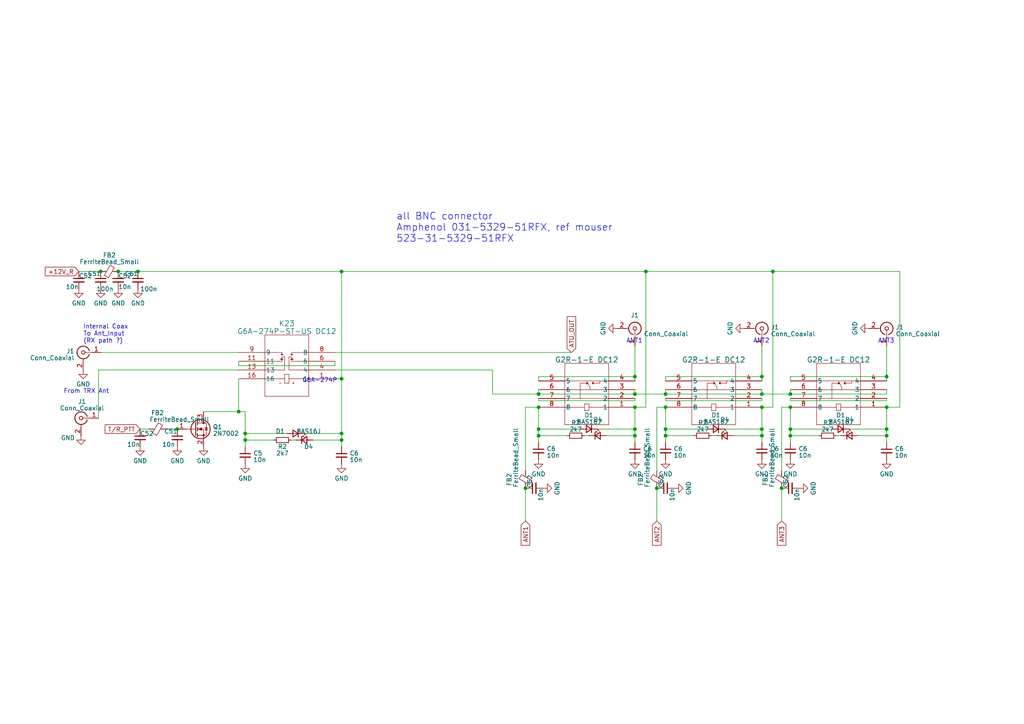
<source format=kicad_sch>
(kicad_sch (version 20230121) (generator eeschema)
  (paper "A4")
  (lib_symbols
    (symbol "Connector:Conn_Coaxial" (pin_names (offset 1.016) hide)
      (property "Reference" "J" (at 0.254 3.048 0))
      (property "Value" "Conn_Coaxial" (at 2.921 0 90))
      (symbol "Conn_Coaxial_0_1"
        (arc (start -1.778 -0.508) (mid 0.2311 -1.8066) (end 1.778 0) (stroke (width 0.254)))
        (polyline (pts (xy -2.54 0) (xy -0.508 0)))
        (polyline (pts (xy 0 -2.54) (xy 0 -1.778)))
        (circle (center 0 0) (radius 0.508) (stroke (width 0.2032)))
        (arc (start 1.778 0) (mid 0.2099 1.8101) (end -1.778 0.508) (stroke (width 0.254)))
      )
      (symbol "Conn_Coaxial_1_1"
        (pin passive line (at -5.08 0 0) (length 2.54) (name "In") (number "1"))
        (pin passive line (at 0 -5.08 90) (length 2.54) (name "Ext") (number "2"))
      )
    )
    (symbol "Device:C_Small" (pin_numbers hide) (pin_names (offset 0.254) hide)
      (property "Reference" "C" (at 0.254 1.778 0))
      (property "Value" "C_Small" (at 0.254 -2.032 0))
      (symbol "C_Small_0_1"
        (polyline (pts (xy -1.524 -0.508) (xy 1.524 -0.508)) (stroke (width 0.3302)))
        (polyline (pts (xy -1.524 0.508) (xy 1.524 0.508)) (stroke (width 0.3048)))
      )
      (symbol "C_Small_1_1"
        (pin passive line (at 0 2.54 270) (length 2.032) (name "~") (number "1"))
        (pin passive line (at 0 -2.54 90) (length 2.032) (name "~") (number "2"))
      )
    )
    (symbol "Device:D_Small" (pin_numbers hide) (pin_names (offset 0.254) hide)
      (property "Reference" "D" (at -1.27 2.032 0))
      (property "Value" "D_Small" (at -3.81 -2.032 0))
      (symbol "D_Small_0_1"
        (polyline (pts (xy -0.762 -1.016) (xy -0.762 1.016)) (stroke (width 0.254)))
        (polyline (pts (xy -0.762 0) (xy 0.762 0)))
        (polyline (pts (xy 0.762 -1.016) (xy -0.762 0) (xy 0.762 1.016) (xy 0.762 -1.016)) (stroke (width 0.254)))
      )
      (symbol "D_Small_1_1"
        (pin passive line (at -2.54 0 0) (length 1.778) (name "K") (number "1"))
        (pin passive line (at 2.54 0 180) (length 1.778) (name "A") (number "2"))
      )
    )
    (symbol "Device:FerriteBead_Small" (pin_numbers hide) (pin_names (offset 0))
      (property "Reference" "FB" (at 1.905 1.27 0))
      (property "Value" "FerriteBead_Small" (at 1.905 -1.27 0))
      (symbol "FerriteBead_Small_0_1"
        (polyline (pts (xy 0 -1.27) (xy 0 -0.7874)))
        (polyline (pts (xy 0 0.889) (xy 0 1.2954)))
        (polyline (pts (xy -1.8288 0.2794) (xy -1.1176 1.4986) (xy 1.8288 -0.2032) (xy 1.1176 -1.4224) (xy -1.8288 0.2794)))
      )
      (symbol "FerriteBead_Small_1_1"
        (pin passive line (at 0 2.54 270) (length 1.27) (name "~") (number "1"))
        (pin passive line (at 0 -2.54 90) (length 1.27) (name "~") (number "2"))
      )
    )
    (symbol "Device:LED_Small" (pin_numbers hide) (pin_names (offset 0.254) hide)
      (property "Reference" "D" (at -1.27 3.175 0))
      (property "Value" "LED_Small" (at -4.445 -2.54 0))
      (symbol "LED_Small_0_1"
        (polyline (pts (xy -0.762 -1.016) (xy -0.762 1.016)) (stroke (width 0.254)))
        (polyline (pts (xy 1.016 0) (xy -0.762 0)))
        (polyline (pts (xy 0.762 -1.016) (xy -0.762 0) (xy 0.762 1.016) (xy 0.762 -1.016)) (stroke (width 0.254)))
        (polyline (pts (xy 0 0.762) (xy -0.508 1.27) (xy -0.254 1.27) (xy -0.508 1.27) (xy -0.508 1.016)))
        (polyline (pts (xy 0.508 1.27) (xy 0 1.778) (xy 0.254 1.778) (xy 0 1.778) (xy 0 1.524)))
      )
      (symbol "LED_Small_1_1"
        (pin passive line (at -2.54 0 0) (length 1.778) (name "K") (number "1"))
        (pin passive line (at 2.54 0 180) (length 1.778) (name "A") (number "2"))
      )
    )
    (symbol "Device:R_Small" (pin_numbers hide) (pin_names (offset 0.254) hide)
      (property "Reference" "R" (at 0.762 0.508 0))
      (property "Value" "R_Small" (at 0.762 -1.016 0))
      (symbol "R_Small_0_1"
        (rectangle (start -0.762 1.778) (end 0.762 -1.778) (stroke (width 0.2032)))
      )
      (symbol "R_Small_1_1"
        (pin passive line (at 0 2.54 270) (length 0.762) (name "~") (number "1"))
        (pin passive line (at 0 -2.54 90) (length 0.762) (name "~") (number "2"))
      )
    )
    (symbol "G6A-274P:G6A-274P-ST-US_DC12" (pin_names (offset 0.254))
      (property "Reference" "K" (at 15.748 10.16 0))
      (property "Value" "G6A-274P-ST-US DC12" (at 22.86 7.62 0))
      (symbol "G6A-274P-ST-US_DC12_0_1"
        (polyline (pts (xy 7.62 -12.7) (xy 20.32 -12.7)) (stroke (width 0.127)))
        (polyline (pts (xy 7.62 -7.62) (xy 12.573 -7.62)) (stroke (width 0.127)))
        (polyline (pts (xy 7.62 -5.08) (xy 12.573 -5.08)) (stroke (width 0.127)))
        (polyline (pts (xy 7.62 -2.54) (xy 13.335 -2.54)) (stroke (width 0.127)))
        (polyline (pts (xy 7.62 0) (xy 13.335 0)) (stroke (width 0.127)))
        (polyline (pts (xy 7.62 5.08) (xy 7.62 -12.7)) (stroke (width 0.127)))
        (polyline (pts (xy 11.811 1.27) (xy 12.319 1.27)) (stroke (width 0.127)))
        (polyline (pts (xy 12.065 -5.588) (xy 12.827 -6.35)) (stroke (width 0.127)))
        (polyline (pts (xy 12.065 1.524) (xy 12.065 1.016)) (stroke (width 0.127)))
        (polyline (pts (xy 12.319 -7.112) (xy 12.573 -6.858)) (stroke (width 0.127)))
        (polyline (pts (xy 12.319 -7.112) (xy 12.827 -7.112)) (stroke (width 0.127)))
        (polyline (pts (xy 12.319 -5.588) (xy 12.573 -5.842)) (stroke (width 0.127)))
        (polyline (pts (xy 12.319 -5.588) (xy 12.827 -5.588)) (stroke (width 0.127)))
        (polyline (pts (xy 12.573 -7.62) (xy 12.573 -7.112)) (stroke (width 0.127)))
        (polyline (pts (xy 12.573 -6.858) (xy 12.827 -7.112)) (stroke (width 0.127)))
        (polyline (pts (xy 12.573 -5.842) (xy 12.827 -5.588)) (stroke (width 0.127)))
        (polyline (pts (xy 12.573 -5.08) (xy 12.573 -5.588)) (stroke (width 0.127)))
        (polyline (pts (xy 12.827 -6.35) (xy 13.335 -6.35)) (stroke (width 0.127)))
        (polyline (pts (xy 13.335 -2.54) (xy 13.335 -6.35)) (stroke (width 0.127)))
        (polyline (pts (xy 13.335 -1.27) (xy 14.605 -1.27)) (stroke (width 0.127)))
        (polyline (pts (xy 13.335 1.27) (xy 13.335 -1.27)) (stroke (width 0.127)))
        (polyline (pts (xy 13.335 1.27) (xy 14.605 1.27)) (stroke (width 0.127)))
        (polyline (pts (xy 14.605 -6.35) (xy 15.113 -6.35)) (stroke (width 0.127)))
        (polyline (pts (xy 14.605 -2.54) (xy 14.605 -6.35)) (stroke (width 0.127)))
        (polyline (pts (xy 14.605 -2.54) (xy 20.32 -2.54)) (stroke (width 0.127)))
        (polyline (pts (xy 14.605 -1.27) (xy 14.605 1.27)) (stroke (width 0.127)))
        (polyline (pts (xy 14.605 0) (xy 20.32 0)) (stroke (width 0.127)))
        (polyline (pts (xy 15.113 -7.112) (xy 15.621 -7.112)) (stroke (width 0.127)))
        (polyline (pts (xy 15.113 -5.588) (xy 15.367 -5.842)) (stroke (width 0.127)))
        (polyline (pts (xy 15.113 -5.588) (xy 15.621 -5.588)) (stroke (width 0.127)))
        (polyline (pts (xy 15.367 -7.62) (xy 20.32 -7.62)) (stroke (width 0.127)))
        (polyline (pts (xy 15.367 -7.112) (xy 15.367 -7.62)) (stroke (width 0.127)))
        (polyline (pts (xy 15.367 -6.858) (xy 15.113 -7.112)) (stroke (width 0.127)))
        (polyline (pts (xy 15.367 -6.858) (xy 15.621 -7.112)) (stroke (width 0.127)))
        (polyline (pts (xy 15.367 -5.08) (xy 15.367 -5.588)) (stroke (width 0.127)))
        (polyline (pts (xy 15.367 -5.08) (xy 20.32 -5.08)) (stroke (width 0.127)))
        (polyline (pts (xy 15.621 -5.588) (xy 15.367 -5.842)) (stroke (width 0.127)))
        (polyline (pts (xy 15.621 1.27) (xy 16.129 1.27)) (stroke (width 0.127)))
        (polyline (pts (xy 15.875 -5.588) (xy 15.113 -6.35)) (stroke (width 0.127)))
        (polyline (pts (xy 20.32 -12.7) (xy 20.32 5.08)) (stroke (width 0.127)))
        (polyline (pts (xy 20.32 5.08) (xy 7.62 5.08)) (stroke (width 0.127)))
        (polyline (pts (xy 12.319 -7.112) (xy 12.573 -6.858) (xy 12.827 -7.112)) (fill (type outline)))
        (polyline (pts (xy 12.319 -5.588) (xy 12.827 -5.588) (xy 12.573 -5.842)) (fill (type outline)))
        (polyline (pts (xy 15.113 -7.112) (xy 15.367 -6.858) (xy 15.621 -7.112)) (fill (type outline)))
        (polyline (pts (xy 15.113 -5.588) (xy 15.621 -5.588) (xy 15.367 -5.842)) (fill (type outline)))
        (pin unspecified line (at 0 0 0) (length 7.62) (name "1") (number "1"))
        (pin unspecified line (at 27.94 -5.08 180) (length 7.62) (name "11") (number "11"))
        (pin unspecified line (at 27.94 -2.54 180) (length 7.62) (name "13") (number "13"))
        (pin unspecified line (at 27.94 0 180) (length 7.62) (name "16") (number "16"))
        (pin unspecified line (at 0 -2.54 0) (length 7.62) (name "4") (number "4"))
        (pin unspecified line (at 0 -5.08 0) (length 7.62) (name "6") (number "6"))
        (pin unspecified line (at 0 -7.62 0) (length 7.62) (name "8") (number "8"))
        (pin unspecified line (at 27.94 -7.62 180) (length 7.62) (name "9") (number "9"))
      )
    )
    (symbol "RELAY_G2R-1-E AC12:G2R-1-E_DC12" (pin_names (offset 0.254))
      (property "Reference" "K" (at 13.6525 9.8425 0))
      (property "Value" "G2R-1-E DC12" (at 20.32 7.62 0))
      (symbol "G2R-1-E_DC12_0_1"
        (polyline (pts (xy 7.62 -12.7) (xy 20.32 -12.7)) (stroke (width 0.127)))
        (polyline (pts (xy 7.62 -7.62) (xy 20.32 -7.62)) (stroke (width 0.127)))
        (polyline (pts (xy 7.62 -5.08) (xy 20.32 -5.08)) (stroke (width 0.127)))
        (polyline (pts (xy 7.62 -2.54) (xy 20.32 -2.54)) (stroke (width 0.127)))
        (polyline (pts (xy 7.62 0) (xy 13.335 0)) (stroke (width 0.127)))
        (polyline (pts (xy 7.62 5.08) (xy 7.62 -12.7)) (stroke (width 0.127)))
        (polyline (pts (xy 10.16 -7.62) (xy 10.16 -6.985)) (stroke (width 0.127)))
        (polyline (pts (xy 10.16 -6.985) (xy 12.065 -6.985)) (stroke (width 0.127)))
        (polyline (pts (xy 12.065 -7.3025) (xy 12.3825 -6.985)) (stroke (width 0.127)))
        (polyline (pts (xy 12.065 -6.6675) (xy 12.065 -7.3025)) (stroke (width 0.127)))
        (polyline (pts (xy 12.3825 -6.985) (xy 12.065 -6.6675)) (stroke (width 0.127)))
        (polyline (pts (xy 13.0175 -5.715) (xy 13.6525 -6.985)) (stroke (width 0.127)))
        (polyline (pts (xy 13.0175 -5.08) (xy 13.0175 -5.715)) (stroke (width 0.127)))
        (polyline (pts (xy 13.335 -0.9525) (xy 13.335 0)) (stroke (width 0.127)))
        (polyline (pts (xy 13.335 0) (xy 13.335 0.9525)) (stroke (width 0.127)))
        (polyline (pts (xy 13.335 0.9525) (xy 14.605 0.9525)) (stroke (width 0.127)))
        (polyline (pts (xy 13.6525 -6.985) (xy 13.97 -7.3025)) (stroke (width 0.127)))
        (polyline (pts (xy 13.6525 -6.985) (xy 13.97 -6.6675)) (stroke (width 0.127)))
        (polyline (pts (xy 13.97 -7.3025) (xy 13.97 -6.6675)) (stroke (width 0.127)))
        (polyline (pts (xy 13.97 -6.985) (xy 15.875 -6.985)) (stroke (width 0.127)))
        (polyline (pts (xy 14.605 -0.9525) (xy 13.335 -0.9525)) (stroke (width 0.127)))
        (polyline (pts (xy 14.605 0) (xy 20.32 0)) (stroke (width 0.127)))
        (polyline (pts (xy 14.605 0.9525) (xy 14.605 -0.9525)) (stroke (width 0.127)))
        (polyline (pts (xy 15.875 -6.985) (xy 15.875 -2.54)) (stroke (width 0.127)))
        (polyline (pts (xy 20.32 -12.7) (xy 20.32 5.08)) (stroke (width 0.127)))
        (polyline (pts (xy 20.32 5.08) (xy 7.62 5.08)) (stroke (width 0.127)))
        (polyline (pts (xy 12.065 -6.6675) (xy 12.3825 -6.985) (xy 12.065 -7.3025)) (fill (type outline)))
        (polyline (pts (xy 13.6525 -6.985) (xy 13.97 -6.6675) (xy 13.97 -7.3025)) (fill (type outline)))
        (pin unspecified line (at 0 0 0) (length 7.62) (name "1") (number "1"))
        (pin unspecified line (at 0 -2.54 0) (length 7.62) (name "2") (number "2"))
        (pin unspecified line (at 0 -5.08 0) (length 7.62) (name "3") (number "3"))
        (pin unspecified line (at 0 -7.62 0) (length 7.62) (name "4") (number "4"))
        (pin unspecified line (at 27.94 -7.62 180) (length 7.62) (name "5") (number "5"))
        (pin unspecified line (at 27.94 -5.08 180) (length 7.62) (name "6") (number "6"))
        (pin unspecified line (at 27.94 -2.54 180) (length 7.62) (name "7") (number "7"))
        (pin unspecified line (at 27.94 0 180) (length 7.62) (name "8") (number "8"))
      )
    )
    (symbol "Transistor_FET:2N7002" (pin_names hide)
      (property "Reference" "Q" (at 5.08 1.905 0))
      (property "Value" "2N7002" (at 5.08 0 0))
      (symbol "2N7002_0_1"
        (polyline (pts (xy 0.254 0) (xy -2.54 0)))
        (polyline (pts (xy 0.254 1.905) (xy 0.254 -1.905)) (stroke (width 0.254)))
        (polyline (pts (xy 0.762 -1.27) (xy 0.762 -2.286)) (stroke (width 0.254)))
        (polyline (pts (xy 0.762 0.508) (xy 0.762 -0.508)) (stroke (width 0.254)))
        (polyline (pts (xy 0.762 2.286) (xy 0.762 1.27)) (stroke (width 0.254)))
        (polyline (pts (xy 2.54 2.54) (xy 2.54 1.778)))
        (polyline (pts (xy 2.54 -2.54) (xy 2.54 0) (xy 0.762 0)))
        (polyline (pts (xy 0.762 -1.778) (xy 3.302 -1.778) (xy 3.302 1.778) (xy 0.762 1.778)))
        (polyline (pts (xy 1.016 0) (xy 2.032 0.381) (xy 2.032 -0.381) (xy 1.016 0)) (fill (type outline)))
        (polyline (pts (xy 2.794 0.508) (xy 2.921 0.381) (xy 3.683 0.381) (xy 3.81 0.254)))
        (polyline (pts (xy 3.302 0.381) (xy 2.921 -0.254) (xy 3.683 -0.254) (xy 3.302 0.381)))
        (circle (center 1.651 0) (radius 2.794) (stroke (width 0.254)))
        (circle (center 2.54 -1.778) (radius 0.254) (fill (type outline)))
        (circle (center 2.54 1.778) (radius 0.254) (fill (type outline)))
      )
      (symbol "2N7002_1_1"
        (pin input line (at -5.08 0 0) (length 2.54) (name "G") (number "1"))
        (pin passive line (at 2.54 -5.08 90) (length 2.54) (name "S") (number "2"))
        (pin passive line (at 2.54 5.08 270) (length 2.54) (name "D") (number "3"))
      )
    )
    (symbol "power:GND" (power) (pin_names (offset 0))
      (property "Value" "GND" (at 0 -3.81 0))
      (symbol "GND_0_1"
        (polyline (pts (xy 0 0) (xy 0 -1.27) (xy 1.27 -1.27) (xy 0 -2.54) (xy -1.27 -1.27) (xy 0 -1.27)))
      )
      (symbol "GND_1_1"
        (pin power_in line (at 0 0 270) (length 0) hide (name "GND") (number "1"))
      )
    )
  )
  (junction (at 193.04 124.46))
  (junction (at 184.15 118.11))
  (junction (at 220.98 109.22))
  (junction (at 34.29 78.74))
  (junction (at 99.06 78.74))
  (junction (at 229.235 124.46))
  (junction (at 99.06 109.855))
  (junction (at 193.04 126.365))
  (junction (at 257.175 126.365))
  (junction (at 229.235 114.3))
  (junction (at 229.235 118.11))
  (junction (at 220.98 126.365))
  (junction (at 187.325 78.74))
  (junction (at 156.21 124.46))
  (junction (at 220.98 118.11))
  (junction (at 257.175 124.46))
  (junction (at 193.04 114.3))
  (junction (at 99.06 125.73))
  (junction (at 29.21 78.74))
  (junction (at 40.005 78.74))
  (junction (at 71.12 127.635))
  (junction (at 226.695 141.605))
  (junction (at 99.06 127.635))
  (junction (at 184.15 124.46))
  (junction (at 220.98 124.46))
  (junction (at 71.12 125.73))
  (junction (at 184.15 126.365))
  (junction (at 152.4 141.605))
  (junction (at 156.21 114.3))
  (junction (at 190.5 141.605))
  (junction (at 184.15 114.3))
  (junction (at 220.98 114.3))
  (junction (at 257.175 109.22))
  (junction (at 224.155 78.74))
  (junction (at 156.21 126.365))
  (junction (at 257.175 118.11))
  (junction (at 156.21 118.11))
  (junction (at 51.435 124.46))
  (junction (at 184.15 109.22))
  (junction (at 69.215 119.38))
  (junction (at 229.235 126.365))
  (junction (at 193.04 118.11))
  (wire (pts (xy 229.235 113.03) (xy 229.235 114.3)))
  (wire (pts (xy 156.21 126.365) (xy 164.465 126.365)))
  (wire (pts (xy 220.98 109.22) (xy 220.98 110.49)))
  (wire (pts (xy 229.235 116.205) (xy 257.175 116.205)))
  (wire (pts (xy 156.21 113.03) (xy 156.21 114.3)))
  (wire (pts (xy 187.325 78.74) (xy 224.155 78.74)))
  (wire (pts (xy 152.4 141.605) (xy 152.4 151.13)))
  (wire (pts (xy 156.21 118.11) (xy 156.21 124.46)))
  (wire (pts (xy 71.12 127.635) (xy 71.12 129.54)))
  (wire (pts (xy 193.04 118.11) (xy 190.5 118.11)))
  (wire (pts (xy 242.57 126.365) (xy 243.84 126.365)))
  (wire (pts (xy 229.235 109.22) (xy 257.175 109.22)))
  (wire (pts (xy 169.545 126.365) (xy 170.815 126.365)))
  (wire (pts (xy 152.4 118.11) (xy 152.4 136.525)))
  (wire (pts (xy 184.15 118.11) (xy 187.325 118.11)))
  (wire (pts (xy 71.12 119.38) (xy 71.12 125.73)))
  (wire (pts (xy 184.15 126.365) (xy 184.15 128.27)))
  (wire (pts (xy 71.12 125.73) (xy 83.185 125.73)))
  (wire (pts (xy 229.235 118.11) (xy 226.695 118.11)))
  (wire (pts (xy 22.86 78.74) (xy 29.21 78.74)))
  (wire (pts (xy 210.185 124.46) (xy 220.98 124.46)))
  (wire (pts (xy 156.21 124.46) (xy 168.275 124.46)))
  (wire (pts (xy 220.98 114.3) (xy 220.98 113.03)))
  (wire (pts (xy 184.15 126.365) (xy 175.895 126.365)))
  (wire (pts (xy 193.04 118.11) (xy 193.04 124.46)))
  (wire (pts (xy 229.235 126.365) (xy 229.235 128.27)))
  (wire (pts (xy 99.06 78.74) (xy 99.06 109.855)))
  (wire (pts (xy 69.215 109.855) (xy 69.215 119.38)))
  (wire (pts (xy 99.06 109.855) (xy 99.06 125.73)))
  (wire (pts (xy 69.215 119.38) (xy 71.12 119.38)))
  (wire (pts (xy 226.695 118.11) (xy 226.695 136.525)))
  (wire (pts (xy 48.26 124.46) (xy 51.435 124.46)))
  (wire (pts (xy 156.21 110.49) (xy 156.21 109.22)))
  (wire (pts (xy 69.215 107.315) (xy 28.575 107.315)))
  (wire (pts (xy 193.04 126.365) (xy 193.04 128.27)))
  (wire (pts (xy 184.15 114.3) (xy 156.21 114.3)))
  (wire (pts (xy 220.98 124.46) (xy 220.98 126.365)))
  (wire (pts (xy 69.215 102.235) (xy 29.21 102.235)))
  (wire (pts (xy 184.15 100.33) (xy 184.15 109.22)))
  (wire (pts (xy 229.235 114.3) (xy 257.175 114.3)))
  (wire (pts (xy 257.175 126.365) (xy 257.175 128.27)))
  (wire (pts (xy 260.985 78.74) (xy 260.985 118.11)))
  (wire (pts (xy 193.04 113.03) (xy 193.04 114.3)))
  (wire (pts (xy 156.21 115.57) (xy 156.21 116.205)))
  (wire (pts (xy 220.98 124.46) (xy 220.98 118.11)))
  (wire (pts (xy 88.265 125.73) (xy 99.06 125.73)))
  (wire (pts (xy 28.575 107.315) (xy 28.575 121.285)))
  (wire (pts (xy 99.06 127.635) (xy 90.805 127.635)))
  (wire (pts (xy 184.15 124.46) (xy 184.15 118.11)))
  (wire (pts (xy 193.04 115.57) (xy 193.04 116.205)))
  (wire (pts (xy 224.155 78.74) (xy 260.985 78.74)))
  (wire (pts (xy 193.04 124.46) (xy 205.105 124.46)))
  (wire (pts (xy 257.175 109.22) (xy 257.175 110.49)))
  (wire (pts (xy 193.04 110.49) (xy 193.04 109.22)))
  (wire (pts (xy 193.04 126.365) (xy 201.295 126.365)))
  (wire (pts (xy 187.325 78.74) (xy 187.325 118.11)))
  (wire (pts (xy 97.155 107.315) (xy 142.875 107.315)))
  (wire (pts (xy 156.21 118.11) (xy 152.4 118.11)))
  (wire (pts (xy 206.375 126.365) (xy 207.645 126.365)))
  (wire (pts (xy 99.06 78.74) (xy 187.325 78.74)))
  (wire (pts (xy 229.235 115.57) (xy 229.235 116.205)))
  (wire (pts (xy 220.98 116.205) (xy 220.98 115.57)))
  (wire (pts (xy 99.06 127.635) (xy 99.06 129.54)))
  (wire (pts (xy 193.04 116.205) (xy 220.98 116.205)))
  (wire (pts (xy 184.15 114.3) (xy 193.04 114.3)))
  (wire (pts (xy 224.155 78.74) (xy 224.155 118.11)))
  (wire (pts (xy 184.15 116.205) (xy 184.15 115.57)))
  (wire (pts (xy 229.235 110.49) (xy 229.235 109.22)))
  (wire (pts (xy 40.005 78.74) (xy 99.06 78.74)))
  (wire (pts (xy 97.155 109.855) (xy 99.06 109.855)))
  (wire (pts (xy 229.235 124.46) (xy 241.3 124.46)))
  (wire (pts (xy 257.175 124.46) (xy 257.175 118.11)))
  (wire (pts (xy 71.12 127.635) (xy 79.375 127.635)))
  (wire (pts (xy 69.215 106.045) (xy 97.155 106.045)))
  (wire (pts (xy 40.64 124.46) (xy 43.18 124.46)))
  (wire (pts (xy 173.355 124.46) (xy 184.15 124.46)))
  (wire (pts (xy 184.15 113.03) (xy 184.15 114.3)))
  (wire (pts (xy 59.055 119.38) (xy 69.215 119.38)))
  (wire (pts (xy 220.98 126.365) (xy 212.725 126.365)))
  (wire (pts (xy 257.175 126.365) (xy 248.92 126.365)))
  (wire (pts (xy 220.98 118.11) (xy 224.155 118.11)))
  (wire (pts (xy 156.21 114.3) (xy 142.875 114.3)))
  (wire (pts (xy 99.06 125.73) (xy 99.06 127.635)))
  (wire (pts (xy 257.175 118.11) (xy 260.985 118.11)))
  (wire (pts (xy 97.155 102.235) (xy 165.735 102.235)))
  (wire (pts (xy 246.38 124.46) (xy 257.175 124.46)))
  (wire (pts (xy 220.98 100.33) (xy 220.98 109.22)))
  (wire (pts (xy 190.5 118.11) (xy 190.5 136.525)))
  (wire (pts (xy 257.175 114.3) (xy 257.175 113.03)))
  (wire (pts (xy 190.5 141.605) (xy 190.5 151.13)))
  (wire (pts (xy 229.235 124.46) (xy 229.235 126.365)))
  (wire (pts (xy 229.235 126.365) (xy 237.49 126.365)))
  (wire (pts (xy 226.695 141.605) (xy 226.695 151.13)))
  (wire (pts (xy 257.175 124.46) (xy 257.175 126.365)))
  (wire (pts (xy 220.98 126.365) (xy 220.98 128.27)))
  (wire (pts (xy 156.21 124.46) (xy 156.21 126.365)))
  (wire (pts (xy 229.235 118.11) (xy 229.235 124.46)))
  (wire (pts (xy 156.21 116.205) (xy 184.15 116.205)))
  (wire (pts (xy 142.875 107.315) (xy 142.875 114.3)))
  (wire (pts (xy 193.04 114.3) (xy 220.98 114.3)))
  (wire (pts (xy 71.12 125.73) (xy 71.12 127.635)))
  (wire (pts (xy 193.04 124.46) (xy 193.04 126.365)))
  (wire (pts (xy 156.21 126.365) (xy 156.21 128.27)))
  (wire (pts (xy 97.155 106.045) (xy 97.155 104.775)))
  (wire (pts (xy 257.175 116.205) (xy 257.175 115.57)))
  (wire (pts (xy 34.29 78.74) (xy 40.005 78.74)))
  (wire (pts (xy 193.04 109.22) (xy 220.98 109.22)))
  (wire (pts (xy 257.175 100.33) (xy 257.175 109.22)))
  (wire (pts (xy 156.21 109.22) (xy 184.15 109.22)))
  (wire (pts (xy 184.15 124.46) (xy 184.15 126.365)))
  (wire (pts (xy 69.215 104.775) (xy 69.215 106.045)))
  (wire (pts (xy 184.15 109.22) (xy 184.15 110.49)))
  (wire (pts (xy 220.98 114.3) (xy 229.235 114.3)))
  (wire (pts (xy 84.455 127.635) (xy 85.725 127.635)))
  (text "ANT2\n" (at 218.44 99.695 0) (effects (font (size 1.27 1.27)) (justify left bottom)))
  (text "Internal Coax\nTo Ant_Input\n(RX path ?)\n" (at 24.13 99.695 0) (effects (font (size 1.27 1.27)) (justify left bottom)))
  (text "all BNC connector\nAmphenol 031-5329-51RFX, ref mouser \n523-31-5329-51RFX" (at 114.935 70.485 0) (effects (font (size 2 2)) (justify left bottom)))
  (text "ANT3\n" (at 254.635 99.695 0) (effects (font (size 1.27 1.27)) (justify left bottom)))
  (text "G6A-274P" (at 87.63 111.125 0) (effects (font (size 1.27 1.27)) (justify left bottom)))
  (text "From TRX Ant" (at 18.415 114.3 0) (effects (font (size 1.27 1.27)) (justify left bottom)))
  (text "ANT1\n" (at 181.61 99.695 0) (effects (font (size 1.27 1.27)) (justify left bottom)))
  (global_label "+12V_R" (shape input) (at 22.86 78.74 180) (property "Intersheetrefs" "${INTERSHEET_REFS}" (effects hide)))
  (global_label "ATU_OUT" (shape input) (at 165.735 102.235 90) (property "Intersheetrefs" "${INTERSHEET_REFS}" (effects hide)))
  (global_label "ANT2" (shape input) (at 190.5 151.13 270) (property "Intersheetrefs" "${INTERSHEET_REFS}" (effects hide)))
  (global_label "T{slash}R_PTT" (shape input) (at 40.64 124.46 180) (property "Intersheetrefs" "${INTERSHEET_REFS}" (effects hide)))
  (global_label "ANT3" (shape input) (at 226.695 151.13 270) (property "Intersheetrefs" "${INTERSHEET_REFS}" (effects hide)))
  (global_label "ANT1" (shape input) (at 152.4 151.13 270) (property "Intersheetrefs" "${INTERSHEET_REFS}" (effects hide)))
  (symbol (lib_id "power:GND") (at 40.005 83.82 0) (unit 1)
    (property "Reference" "#PWR052" (effects hide))
    (property "Value" "GND" (at 40.005 87.9555 0))
  )
  (symbol (lib_id "Device:D_Small") (at 207.645 124.46 180) (unit 1)
    (property "Reference" "D1" (at 207.645 120.4341 0))
    (property "Value" "BAS16J" (at 207.645 122.3551 0))
    (property "Footprint" "Diode_SMD:D_SOD-323_HandSoldering" (effects hide))
    (property "Sim.Device" "D" (effects hide))
    (property "Sim.Pins" "1=K 2=A" (effects hide))
  )
  (symbol (lib_id "power:GND") (at 24.13 107.315 0) (mirror y) (unit 1)
    (property "Reference" "#PWR041" (effects hide))
    (property "Value" "GND" (at 24.13 111.4505 0))
  )
  (symbol (lib_id "power:GND") (at 51.435 129.54 0) (unit 1)
    (property "Reference" "#PWR052" (effects hide))
    (property "Value" "GND" (at 51.435 133.6755 0))
  )
  (symbol (lib_id "power:GND") (at 215.9 95.25 270) (mirror x) (unit 1)
    (property "Reference" "#PWR041" (effects hide))
    (property "Value" "GND" (at 211.7645 95.25 0))
  )
  (symbol (lib_id "Device:FerriteBead_Small") (at 226.695 139.065 180) (unit 1)
    (property "Reference" "FB2" (at 221.9833 139.1031 90))
    (property "Value" "FerriteBead_Small" (at 223.9043 132.7531 90))
    (property "Footprint" "Inductor_SMD:L_0805_2012Metric_Pad1.15x1.40mm_HandSolder" (effects hide))
  )
  (symbol (lib_id "Device:C_Small") (at 51.435 127 0) (unit 1)
    (property "Reference" "C51" (at 47.625 125.095 0) (effects (justify left)))
    (property "Value" "10n" (at 46.99 128.905 0) (effects (justify left)))
    (property "Footprint" "Capacitor_SMD:C_0805_2012Metric_Pad1.18x1.45mm_HandSolder" (effects hide))
  )
  (symbol (lib_id "power:GND") (at 59.055 129.54 0) (unit 1)
    (property "Reference" "#PWR052" (effects hide))
    (property "Value" "GND" (at 59.055 133.6755 0))
  )
  (symbol (lib_id "Device:R_Small") (at 240.03 126.365 90) (unit 1)
    (property "Reference" "R2" (at 240.03 122.6185 90))
    (property "Value" "2k7" (at 240.03 124.5395 90))
    (property "Footprint" "Resistor_SMD:R_0805_2012Metric_Pad1.20x1.40mm_HandSolder" (effects hide))
  )
  (symbol (lib_id "Device:D_Small") (at 170.815 124.46 180) (unit 1)
    (property "Reference" "D1" (at 170.815 120.4341 0))
    (property "Value" "BAS16J" (at 170.815 122.3551 0))
    (property "Footprint" "Diode_SMD:D_SOD-323_HandSoldering" (effects hide))
    (property "Sim.Device" "D" (effects hide))
    (property "Sim.Pins" "1=K 2=A" (effects hide))
  )
  (symbol (lib_id "Transistor_FET:2N7002") (at 56.515 124.46 0) (unit 1)
    (property "Reference" "Q1" (at 61.722 123.8163 0) (effects (justify left)))
    (property "Value" "2N7002" (at 61.722 125.7373 0) (effects (justify left)))
    (property "Footprint" "Package_TO_SOT_SMD:SOT-23" (effects hide))
    (property "Datasheet" "https://www.onsemi.com/pub/Collateral/NDS7002A-D.PDF" (effects hide))
  )
  (symbol (lib_id "Device:FerriteBead_Small") (at 152.4 139.065 180) (unit 1)
    (property "Reference" "FB2" (at 147.6883 139.1031 90))
    (property "Value" "FerriteBead_Small" (at 149.6093 132.7531 90))
    (property "Footprint" "Inductor_SMD:L_0805_2012Metric_Pad1.15x1.40mm_HandSolder" (effects hide))
  )
  (symbol (lib_id "Device:LED_Small") (at 88.265 127.635 0) (unit 1)
    (property "Reference" "D4" (at 89.535 129.54 0))
    (property "Value" "LED_Small" (effects hide))
    (property "Footprint" "LED_SMD:LED_1206_3216Metric_Pad1.42x1.75mm_HandSolder" (effects hide))
  )
  (symbol (lib_id "Device:C_Small") (at 220.98 130.81 0) (unit 1)
    (property "Reference" "C6" (at 223.3041 130.1726 0) (effects (justify left)))
    (property "Value" "10n" (at 223.3041 132.0936 0) (effects (justify left)))
    (property "Footprint" "Capacitor_SMD:C_0805_2012Metric_Pad1.18x1.45mm_HandSolder" (effects hide))
  )
  (symbol (lib_id "Device:D_Small") (at 85.725 125.73 180) (unit 1)
    (property "Reference" "D1" (at 81.28 125.095 0))
    (property "Value" "BAS16J" (at 89.535 125.095 0))
    (property "Footprint" "Diode_SMD:D_SOD-323_HandSoldering" (effects hide))
    (property "Sim.Device" "D" (effects hide))
    (property "Sim.Pins" "1=K 2=A" (effects hide))
  )
  (symbol (lib_id "Device:C_Small") (at 229.235 130.81 0) (unit 1)
    (property "Reference" "C6" (at 231.5591 130.1726 0) (effects (justify left)))
    (property "Value" "10n" (at 231.5591 132.0936 0) (effects (justify left)))
    (property "Footprint" "Capacitor_SMD:C_0805_2012Metric_Pad1.18x1.45mm_HandSolder" (effects hide))
  )
  (symbol (lib_id "Device:LED_Small") (at 210.185 126.365 0) (unit 1)
    (property "Reference" "D4" (at 210.2485 121.7041 0))
    (property "Value" "LED_Small" (effects hide))
    (property "Footprint" "LED_SMD:LED_1206_3216Metric_Pad1.42x1.75mm_HandSolder" (effects hide))
  )
  (symbol (lib_id "Connector:Conn_Coaxial") (at 24.13 102.235 0) (mirror y) (unit 1)
    (property "Reference" "J1" (at 21.5899 101.8845 0) (effects (justify left)))
    (property "Value" "Conn_Coaxial" (at 21.5899 103.8055 0) (effects (justify left)))
    (property "Footprint" "SMA_PINS:SMA_PINS" (effects hide))
    (property "Datasheet" " ~" (effects hide))
  )
  (symbol (lib_id "RELAY_G2R-1-E AC12:G2R-1-E_DC12") (at 184.15 118.11 180) (unit 1)
    (property "Reference" "K2" (effects hide))
    (property "Value" "G2R-1-E DC12" (at 170.18 104.3446 0) (effects (font (size 1.524 1.524))))
    (property "Footprint" "RELAY_G2R-1-E AC12:RELAY_G2R-1-E AC12" (effects hide))
    (property "Datasheet" "G2R-1-E DC12" (effects hide))
  )
  (symbol (lib_id "Device:C_Small") (at 193.04 141.605 90) (unit 1)
    (property "Reference" "C52" (at 191.77 141.605 0) (effects (justify left)))
    (property "Value" "10n" (at 194.945 145.415 0) (effects (justify left)))
    (property "Footprint" "Capacitor_SMD:C_0805_2012Metric_Pad1.18x1.45mm_HandSolder" (effects hide))
  )
  (symbol (lib_id "Device:FerriteBead_Small") (at 31.75 78.74 90) (unit 1)
    (property "Reference" "FB2" (at 31.7119 74.0283 90))
    (property "Value" "FerriteBead_Small" (at 31.7119 75.9493 90))
    (property "Footprint" "Inductor_SMD:L_2512_6332Metric_Pad1.52x3.35mm_HandSolder" (effects hide))
  )
  (symbol (lib_id "power:GND") (at 195.58 141.605 90) (unit 1)
    (property "Reference" "#PWR053" (effects hide))
    (property "Value" "GND" (at 199.7155 141.605 0))
  )
  (symbol (lib_id "Device:C_Small") (at 257.175 130.81 0) (unit 1)
    (property "Reference" "C6" (at 259.4991 130.1726 0) (effects (justify left)))
    (property "Value" "10n" (at 259.4991 132.0936 0) (effects (justify left)))
    (property "Footprint" "Capacitor_SMD:C_0805_2012Metric_Pad1.18x1.45mm_HandSolder" (effects hide))
  )
  (symbol (lib_id "power:GND") (at 29.21 83.82 0) (unit 1)
    (property "Reference" "#PWR052" (effects hide))
    (property "Value" "GND" (at 29.21 87.9555 0))
  )
  (symbol (lib_id "Device:C_Small") (at 71.12 132.08 0) (unit 1)
    (property "Reference" "C5" (at 73.4441 131.4426 0) (effects (justify left)))
    (property "Value" "10n" (at 73.4441 133.3636 0) (effects (justify left)))
    (property "Footprint" "Capacitor_SMD:C_0805_2012Metric_Pad1.18x1.45mm_HandSolder" (effects hide))
  )
  (symbol (lib_id "power:GND") (at 156.21 133.35 0) (unit 1)
    (property "Reference" "#PWR05" (effects hide))
    (property "Value" "GND" (at 156.21 137.4855 0))
  )
  (symbol (lib_id "Device:C_Small") (at 156.21 130.81 0) (unit 1)
    (property "Reference" "C6" (at 158.5341 130.1726 0) (effects (justify left)))
    (property "Value" "10n" (at 158.5341 132.0936 0) (effects (justify left)))
    (property "Footprint" "Capacitor_SMD:C_0805_2012Metric_Pad1.18x1.45mm_HandSolder" (effects hide))
  )
  (symbol (lib_id "Device:C_Small") (at 99.06 132.08 0) (unit 1)
    (property "Reference" "C6" (at 101.3841 131.4426 0) (effects (justify left)))
    (property "Value" "10n" (at 101.3841 133.3636 0) (effects (justify left)))
    (property "Footprint" "Capacitor_SMD:C_0805_2012Metric_Pad1.18x1.45mm_HandSolder" (effects hide))
  )
  (symbol (lib_id "Device:R_Small") (at 203.835 126.365 90) (unit 1)
    (property "Reference" "R2" (at 203.835 122.6185 90))
    (property "Value" "2k7" (at 203.835 124.5395 90))
    (property "Footprint" "Resistor_SMD:R_0805_2012Metric_Pad1.20x1.40mm_HandSolder" (effects hide))
  )
  (symbol (lib_id "Device:C_Small") (at 34.29 81.28 0) (unit 1)
    (property "Reference" "C52" (at 34.29 80.01 0) (effects (justify left)))
    (property "Value" "10n" (at 34.29 83.185 0) (effects (justify left)))
    (property "Footprint" "Capacitor_SMD:C_0805_2012Metric_Pad1.18x1.45mm_HandSolder" (effects hide))
  )
  (symbol (lib_id "power:GND") (at 252.095 95.25 270) (mirror x) (unit 1)
    (property "Reference" "#PWR041" (effects hide))
    (property "Value" "GND" (at 247.9595 95.25 0))
  )
  (symbol (lib_id "Device:FerriteBead_Small") (at 190.5 139.065 180) (unit 1)
    (property "Reference" "FB2" (at 185.7883 139.1031 90))
    (property "Value" "FerriteBead_Small" (at 187.7093 132.7531 90))
    (property "Footprint" "Inductor_SMD:L_0805_2012Metric_Pad1.15x1.40mm_HandSolder" (effects hide))
  )
  (symbol (lib_id "RELAY_G2R-1-E AC12:G2R-1-E_DC12") (at 220.98 118.11 180) (unit 1)
    (property "Reference" "K2" (effects hide))
    (property "Value" "G2R-1-E DC12" (at 207.01 104.3446 0) (effects (font (size 1.524 1.524))))
    (property "Footprint" "RELAY_G2R-1-E AC12:RELAY_G2R-1-E AC12" (effects hide))
    (property "Datasheet" "G2R-1-E DC12" (effects hide))
  )
  (symbol (lib_id "power:GND") (at 34.29 83.82 0) (unit 1)
    (property "Reference" "#PWR053" (effects hide))
    (property "Value" "GND" (at 34.29 87.9555 0))
  )
  (symbol (lib_id "Device:R_Small") (at 81.915 127.635 90) (unit 1)
    (property "Reference" "R2" (at 81.915 129.54 90))
    (property "Value" "2k7" (at 81.915 131.445 90))
    (property "Footprint" "Resistor_SMD:R_0805_2012Metric_Pad1.20x1.40mm_HandSolder" (effects hide))
  )
  (symbol (lib_id "power:GND") (at 40.64 129.54 0) (unit 1)
    (property "Reference" "#PWR053" (effects hide))
    (property "Value" "GND" (at 40.64 133.6755 0))
  )
  (symbol (lib_id "Device:C_Small") (at 193.04 130.81 0) (unit 1)
    (property "Reference" "C6" (at 195.3641 130.1726 0) (effects (justify left)))
    (property "Value" "10n" (at 195.3641 132.0936 0) (effects (justify left)))
    (property "Footprint" "Capacitor_SMD:C_0805_2012Metric_Pad1.18x1.45mm_HandSolder" (effects hide))
  )
  (symbol (lib_id "G6A-274P:G6A-274P-ST-US_DC12") (at 97.155 109.855 180) (unit 1)
    (property "Reference" "K23" (at 83.185 93.8354 0) (effects (font (size 1.524 1.524))))
    (property "Value" "G6A-274P-ST-US DC12" (at 83.185 96.0896 0) (effects (font (size 1.524 1.524))))
    (property "Footprint" "G6A-274P:G6A-274P" (effects hide))
    (property "Datasheet" "G6A-274P-ST-US DC12" (effects hide))
  )
  (symbol (lib_id "Device:C_Small") (at 40.005 81.28 0) (unit 1)
    (property "Reference" "C51" (at 36.195 79.375 0) (effects (justify left)))
    (property "Value" "100n" (at 40.64 83.82 0) (effects (justify left)))
    (property "Footprint" "Capacitor_SMD:C_0805_2012Metric_Pad1.18x1.45mm_HandSolder" (effects hide))
  )
  (symbol (lib_id "power:GND") (at 22.86 83.82 0) (unit 1)
    (property "Reference" "#PWR053" (effects hide))
    (property "Value" "GND" (at 22.86 87.9555 0))
  )
  (symbol (lib_id "Device:R_Small") (at 167.005 126.365 90) (unit 1)
    (property "Reference" "R2" (at 167.005 122.6185 90))
    (property "Value" "2k7" (at 167.005 124.5395 90))
    (property "Footprint" "Resistor_SMD:R_0805_2012Metric_Pad1.20x1.40mm_HandSolder" (effects hide))
  )
  (symbol (lib_id "power:GND") (at 99.06 134.62 0) (unit 1)
    (property "Reference" "#PWR05" (effects hide))
    (property "Value" "GND" (at 99.06 138.7555 0))
  )
  (symbol (lib_id "Device:C_Small") (at 184.15 130.81 0) (unit 1)
    (property "Reference" "C6" (at 186.4741 130.1726 0) (effects (justify left)))
    (property "Value" "10n" (at 186.4741 132.0936 0) (effects (justify left)))
    (property "Footprint" "Capacitor_SMD:C_0805_2012Metric_Pad1.18x1.45mm_HandSolder" (effects hide))
  )
  (symbol (lib_id "power:GND") (at 229.235 133.35 0) (unit 1)
    (property "Reference" "#PWR05" (effects hide))
    (property "Value" "GND" (at 229.235 137.4855 0))
  )
  (symbol (lib_id "RELAY_G2R-1-E AC12:G2R-1-E_DC12") (at 257.175 118.11 180) (unit 1)
    (property "Reference" "K2" (effects hide))
    (property "Value" "G2R-1-E DC12" (at 243.205 104.3446 0) (effects (font (size 1.524 1.524))))
    (property "Footprint" "RELAY_G2R-1-E AC12:RELAY_G2R-1-E AC12" (effects hide))
    (property "Datasheet" "G2R-1-E DC12" (effects hide))
  )
  (symbol (lib_id "Device:LED_Small") (at 173.355 126.365 0) (unit 1)
    (property "Reference" "D4" (at 173.4185 121.7041 0))
    (property "Value" "LED_Small" (effects hide))
    (property "Footprint" "LED_SMD:LED_1206_3216Metric_Pad1.42x1.75mm_HandSolder" (effects hide))
  )
  (symbol (lib_id "power:GND") (at 23.495 126.365 0) (mirror y) (unit 1)
    (property "Reference" "#PWR041" (effects hide))
    (property "Value" "GND" (at 19.685 127 0))
  )
  (symbol (lib_id "power:GND") (at 71.12 134.62 0) (unit 1)
    (property "Reference" "#PWR04" (effects hide))
    (property "Value" "GND" (at 71.12 138.7555 0))
  )
  (symbol (lib_id "power:GND") (at 257.175 133.35 0) (unit 1)
    (property "Reference" "#PWR05" (effects hide))
    (property "Value" "GND" (at 257.175 137.4855 0))
  )
  (symbol (lib_id "power:GND") (at 231.775 141.605 90) (unit 1)
    (property "Reference" "#PWR053" (effects hide))
    (property "Value" "GND" (at 235.9105 141.605 0))
  )
  (symbol (lib_id "Device:C_Small") (at 229.235 141.605 90) (unit 1)
    (property "Reference" "C52" (at 227.965 141.605 0) (effects (justify left)))
    (property "Value" "10n" (at 231.14 145.415 0) (effects (justify left)))
    (property "Footprint" "Capacitor_SMD:C_0805_2012Metric_Pad1.18x1.45mm_HandSolder" (effects hide))
  )
  (symbol (lib_id "Connector:Conn_Coaxial") (at 23.495 121.285 0) (mirror y) (unit 1)
    (property "Reference" "J1" (at 23.8124 116.4485 0))
    (property "Value" "Conn_Coaxial" (at 23.8124 118.3695 0))
    (property "Footprint" "BNC_Amphenol_031-5329-51RFX:BNC_Amphenol_031532951RFX" (effects hide))
    (property "Datasheet" " ~" (effects hide))
  )
  (symbol (lib_id "Connector:Conn_Coaxial") (at 220.98 95.25 270) (mirror x) (unit 1)
    (property "Reference" "J1" (at 223.5686 94.9237 90) (effects (justify left)))
    (property "Value" "Conn_Coaxial" (at 223.5686 96.8447 90) (effects (justify left)))
    (property "Footprint" "BNC_Amphenol_031-5329-51RFX:BNC_Amphenol_031532951RFX" (effects hide))
    (property "Datasheet" " ~" (effects hide))
  )
  (symbol (lib_id "Connector:Conn_Coaxial") (at 184.15 95.25 270) (mirror x) (unit 1)
    (property "Reference" "J1" (at 182.88 91.44 90) (effects (justify left)))
    (property "Value" "Conn_Coaxial" (at 186.7386 96.8447 90) (effects (justify left)))
    (property "Footprint" "BNC_Amphenol_031-5329-51RFX:BNC_Amphenol_031532951RFX" (effects hide))
    (property "Datasheet" " ~" (effects hide))
  )
  (symbol (lib_id "power:GND") (at 157.48 141.605 90) (unit 1)
    (property "Reference" "#PWR053" (effects hide))
    (property "Value" "GND" (at 161.6155 141.605 0))
  )
  (symbol (lib_id "power:GND") (at 184.15 133.35 0) (unit 1)
    (property "Reference" "#PWR05" (effects hide))
    (property "Value" "GND" (at 184.15 137.4855 0))
  )
  (symbol (lib_id "Device:D_Small") (at 243.84 124.46 180) (unit 1)
    (property "Reference" "D1" (at 243.84 120.4341 0))
    (property "Value" "BAS16J" (at 243.84 122.3551 0))
    (property "Footprint" "Diode_SMD:D_SOD-323_HandSoldering" (effects hide))
    (property "Sim.Device" "D" (effects hide))
    (property "Sim.Pins" "1=K 2=A" (effects hide))
  )
  (symbol (lib_id "Device:LED_Small") (at 246.38 126.365 0) (unit 1)
    (property "Reference" "D4" (at 246.4435 121.7041 0))
    (property "Value" "LED_Small" (effects hide))
    (property "Footprint" "LED_SMD:LED_1206_3216Metric_Pad1.42x1.75mm_HandSolder" (effects hide))
  )
  (symbol (lib_id "Device:C_Small") (at 40.64 127 0) (unit 1)
    (property "Reference" "C52" (at 40.64 125.73 0) (effects (justify left)))
    (property "Value" "10n" (at 36.83 128.905 0) (effects (justify left)))
    (property "Footprint" "Capacitor_SMD:C_0805_2012Metric_Pad1.18x1.45mm_HandSolder" (effects hide))
  )
  (symbol (lib_id "Device:C_Small") (at 29.21 81.28 0) (unit 1)
    (property "Reference" "C51" (at 25.4 79.375 0) (effects (justify left)))
    (property "Value" "100n" (at 27.94 83.82 0) (effects (justify left)))
    (property "Footprint" "Capacitor_SMD:C_0805_2012Metric_Pad1.18x1.45mm_HandSolder" (effects hide))
  )
  (symbol (lib_id "Device:C_Small") (at 22.86 81.28 0) (unit 1)
    (property "Reference" "C52" (at 22.86 80.01 0) (effects (justify left)))
    (property "Value" "10n" (at 19.05 83.185 0) (effects (justify left)))
    (property "Footprint" "Capacitor_SMD:C_0805_2012Metric_Pad1.18x1.45mm_HandSolder" (effects hide))
  )
  (symbol (lib_id "Device:C_Small") (at 154.94 141.605 90) (unit 1)
    (property "Reference" "C52" (at 153.67 141.605 0) (effects (justify left)))
    (property "Value" "10n" (at 156.845 145.415 0) (effects (justify left)))
    (property "Footprint" "Capacitor_SMD:C_0805_2012Metric_Pad1.18x1.45mm_HandSolder" (effects hide))
  )
  (symbol (lib_id "power:GND") (at 193.04 133.35 0) (unit 1)
    (property "Reference" "#PWR05" (effects hide))
    (property "Value" "GND" (at 193.04 137.4855 0))
  )
  (symbol (lib_id "power:GND") (at 220.98 133.35 0) (unit 1)
    (property "Reference" "#PWR05" (effects hide))
    (property "Value" "GND" (at 220.98 137.4855 0))
  )
  (symbol (lib_id "power:GND") (at 179.07 95.25 270) (mirror x) (unit 1)
    (property "Reference" "#PWR041" (effects hide))
    (property "Value" "GND" (at 174.9345 95.25 0))
  )
  (symbol (lib_id "Device:FerriteBead_Small") (at 45.72 124.46 90) (unit 1)
    (property "Reference" "FB2" (at 45.6819 119.7483 90))
    (property "Value" "FerriteBead_Small" (at 52.0319 121.6693 90))
    (property "Footprint" "Inductor_SMD:L_2512_6332Metric_Pad1.52x3.35mm_HandSolder" (effects hide))
  )
  (symbol (lib_id "Connector:Conn_Coaxial") (at 257.175 95.25 270) (mirror x) (unit 1)
    (property "Reference" "J1" (at 259.7636 94.9237 90) (effects (justify left)))
    (property "Value" "Conn_Coaxial" (at 259.7636 96.8447 90) (effects (justify left)))
    (property "Footprint" "BNC_Amphenol_031-5329-51RFX:BNC_Amphenol_031532951RFX" (effects hide))
    (property "Datasheet" " ~" (effects hide))
  )
)
</source>
